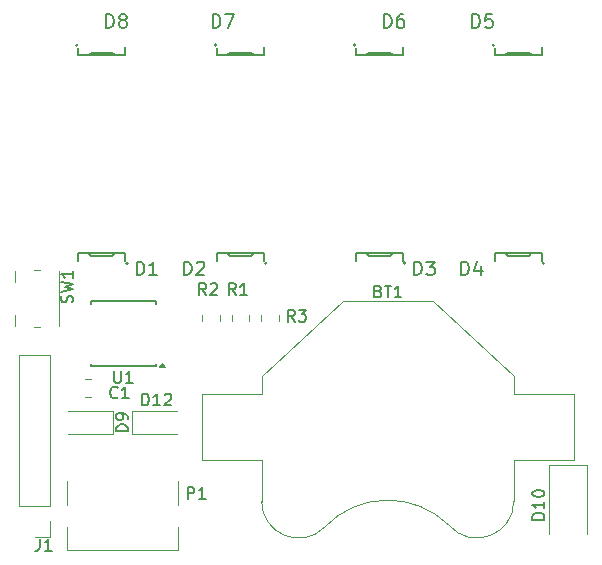
<source format=gbr>
%TF.GenerationSoftware,KiCad,Pcbnew,9.0.4*%
%TF.CreationDate,2025-11-23T20:37:17+01:00*%
%TF.ProjectId,Bina_Badge,42696e61-5f42-4616-9467-652e6b696361,rev?*%
%TF.SameCoordinates,Original*%
%TF.FileFunction,Legend,Top*%
%TF.FilePolarity,Positive*%
%FSLAX46Y46*%
G04 Gerber Fmt 4.6, Leading zero omitted, Abs format (unit mm)*
G04 Created by KiCad (PCBNEW 9.0.4) date 2025-11-23 20:37:17*
%MOMM*%
%LPD*%
G01*
G04 APERTURE LIST*
%ADD10C,0.150000*%
%ADD11C,0.152000*%
%ADD12C,0.120000*%
G04 APERTURE END LIST*
D10*
X140454819Y-92214285D02*
X139454819Y-92214285D01*
X139454819Y-92214285D02*
X139454819Y-91976190D01*
X139454819Y-91976190D02*
X139502438Y-91833333D01*
X139502438Y-91833333D02*
X139597676Y-91738095D01*
X139597676Y-91738095D02*
X139692914Y-91690476D01*
X139692914Y-91690476D02*
X139883390Y-91642857D01*
X139883390Y-91642857D02*
X140026247Y-91642857D01*
X140026247Y-91642857D02*
X140216723Y-91690476D01*
X140216723Y-91690476D02*
X140311961Y-91738095D01*
X140311961Y-91738095D02*
X140407200Y-91833333D01*
X140407200Y-91833333D02*
X140454819Y-91976190D01*
X140454819Y-91976190D02*
X140454819Y-92214285D01*
X140454819Y-90690476D02*
X140454819Y-91261904D01*
X140454819Y-90976190D02*
X139454819Y-90976190D01*
X139454819Y-90976190D02*
X139597676Y-91071428D01*
X139597676Y-91071428D02*
X139692914Y-91166666D01*
X139692914Y-91166666D02*
X139740533Y-91261904D01*
X139454819Y-90071428D02*
X139454819Y-89976190D01*
X139454819Y-89976190D02*
X139502438Y-89880952D01*
X139502438Y-89880952D02*
X139550057Y-89833333D01*
X139550057Y-89833333D02*
X139645295Y-89785714D01*
X139645295Y-89785714D02*
X139835771Y-89738095D01*
X139835771Y-89738095D02*
X140073866Y-89738095D01*
X140073866Y-89738095D02*
X140264342Y-89785714D01*
X140264342Y-89785714D02*
X140359580Y-89833333D01*
X140359580Y-89833333D02*
X140407200Y-89880952D01*
X140407200Y-89880952D02*
X140454819Y-89976190D01*
X140454819Y-89976190D02*
X140454819Y-90071428D01*
X140454819Y-90071428D02*
X140407200Y-90166666D01*
X140407200Y-90166666D02*
X140359580Y-90214285D01*
X140359580Y-90214285D02*
X140264342Y-90261904D01*
X140264342Y-90261904D02*
X140073866Y-90309523D01*
X140073866Y-90309523D02*
X139835771Y-90309523D01*
X139835771Y-90309523D02*
X139645295Y-90261904D01*
X139645295Y-90261904D02*
X139550057Y-90214285D01*
X139550057Y-90214285D02*
X139502438Y-90166666D01*
X139502438Y-90166666D02*
X139454819Y-90071428D01*
D11*
X109940571Y-71520869D02*
X109940571Y-70377869D01*
X109940571Y-70377869D02*
X110212714Y-70377869D01*
X110212714Y-70377869D02*
X110376000Y-70432298D01*
X110376000Y-70432298D02*
X110484857Y-70541155D01*
X110484857Y-70541155D02*
X110539286Y-70650012D01*
X110539286Y-70650012D02*
X110593714Y-70867726D01*
X110593714Y-70867726D02*
X110593714Y-71031012D01*
X110593714Y-71031012D02*
X110539286Y-71248726D01*
X110539286Y-71248726D02*
X110484857Y-71357583D01*
X110484857Y-71357583D02*
X110376000Y-71466441D01*
X110376000Y-71466441D02*
X110212714Y-71520869D01*
X110212714Y-71520869D02*
X109940571Y-71520869D01*
X111029143Y-70486726D02*
X111083571Y-70432298D01*
X111083571Y-70432298D02*
X111192429Y-70377869D01*
X111192429Y-70377869D02*
X111464571Y-70377869D01*
X111464571Y-70377869D02*
X111573429Y-70432298D01*
X111573429Y-70432298D02*
X111627857Y-70486726D01*
X111627857Y-70486726D02*
X111682286Y-70595583D01*
X111682286Y-70595583D02*
X111682286Y-70704441D01*
X111682286Y-70704441D02*
X111627857Y-70867726D01*
X111627857Y-70867726D02*
X110974714Y-71520869D01*
X110974714Y-71520869D02*
X111682286Y-71520869D01*
X112372142Y-50581658D02*
X112372142Y-49438658D01*
X112372142Y-49438658D02*
X112644285Y-49438658D01*
X112644285Y-49438658D02*
X112807571Y-49493087D01*
X112807571Y-49493087D02*
X112916428Y-49601944D01*
X112916428Y-49601944D02*
X112970857Y-49710801D01*
X112970857Y-49710801D02*
X113025285Y-49928515D01*
X113025285Y-49928515D02*
X113025285Y-50091801D01*
X113025285Y-50091801D02*
X112970857Y-50309515D01*
X112970857Y-50309515D02*
X112916428Y-50418372D01*
X112916428Y-50418372D02*
X112807571Y-50527230D01*
X112807571Y-50527230D02*
X112644285Y-50581658D01*
X112644285Y-50581658D02*
X112372142Y-50581658D01*
X113406285Y-49438658D02*
X114168285Y-49438658D01*
X114168285Y-49438658D02*
X113678428Y-50581658D01*
X103372142Y-50581658D02*
X103372142Y-49438658D01*
X103372142Y-49438658D02*
X103644285Y-49438658D01*
X103644285Y-49438658D02*
X103807571Y-49493087D01*
X103807571Y-49493087D02*
X103916428Y-49601944D01*
X103916428Y-49601944D02*
X103970857Y-49710801D01*
X103970857Y-49710801D02*
X104025285Y-49928515D01*
X104025285Y-49928515D02*
X104025285Y-50091801D01*
X104025285Y-50091801D02*
X103970857Y-50309515D01*
X103970857Y-50309515D02*
X103916428Y-50418372D01*
X103916428Y-50418372D02*
X103807571Y-50527230D01*
X103807571Y-50527230D02*
X103644285Y-50581658D01*
X103644285Y-50581658D02*
X103372142Y-50581658D01*
X104678428Y-49928515D02*
X104569571Y-49874087D01*
X104569571Y-49874087D02*
X104515142Y-49819658D01*
X104515142Y-49819658D02*
X104460714Y-49710801D01*
X104460714Y-49710801D02*
X104460714Y-49656372D01*
X104460714Y-49656372D02*
X104515142Y-49547515D01*
X104515142Y-49547515D02*
X104569571Y-49493087D01*
X104569571Y-49493087D02*
X104678428Y-49438658D01*
X104678428Y-49438658D02*
X104896142Y-49438658D01*
X104896142Y-49438658D02*
X105005000Y-49493087D01*
X105005000Y-49493087D02*
X105059428Y-49547515D01*
X105059428Y-49547515D02*
X105113857Y-49656372D01*
X105113857Y-49656372D02*
X105113857Y-49710801D01*
X105113857Y-49710801D02*
X105059428Y-49819658D01*
X105059428Y-49819658D02*
X105005000Y-49874087D01*
X105005000Y-49874087D02*
X104896142Y-49928515D01*
X104896142Y-49928515D02*
X104678428Y-49928515D01*
X104678428Y-49928515D02*
X104569571Y-49982944D01*
X104569571Y-49982944D02*
X104515142Y-50037372D01*
X104515142Y-50037372D02*
X104460714Y-50146230D01*
X104460714Y-50146230D02*
X104460714Y-50363944D01*
X104460714Y-50363944D02*
X104515142Y-50472801D01*
X104515142Y-50472801D02*
X104569571Y-50527230D01*
X104569571Y-50527230D02*
X104678428Y-50581658D01*
X104678428Y-50581658D02*
X104896142Y-50581658D01*
X104896142Y-50581658D02*
X105005000Y-50527230D01*
X105005000Y-50527230D02*
X105059428Y-50472801D01*
X105059428Y-50472801D02*
X105113857Y-50363944D01*
X105113857Y-50363944D02*
X105113857Y-50146230D01*
X105113857Y-50146230D02*
X105059428Y-50037372D01*
X105059428Y-50037372D02*
X105005000Y-49982944D01*
X105005000Y-49982944D02*
X104896142Y-49928515D01*
D10*
X106408714Y-82549819D02*
X106408714Y-81549819D01*
X106408714Y-81549819D02*
X106646809Y-81549819D01*
X106646809Y-81549819D02*
X106789666Y-81597438D01*
X106789666Y-81597438D02*
X106884904Y-81692676D01*
X106884904Y-81692676D02*
X106932523Y-81787914D01*
X106932523Y-81787914D02*
X106980142Y-81978390D01*
X106980142Y-81978390D02*
X106980142Y-82121247D01*
X106980142Y-82121247D02*
X106932523Y-82311723D01*
X106932523Y-82311723D02*
X106884904Y-82406961D01*
X106884904Y-82406961D02*
X106789666Y-82502200D01*
X106789666Y-82502200D02*
X106646809Y-82549819D01*
X106646809Y-82549819D02*
X106408714Y-82549819D01*
X107932523Y-82549819D02*
X107361095Y-82549819D01*
X107646809Y-82549819D02*
X107646809Y-81549819D01*
X107646809Y-81549819D02*
X107551571Y-81692676D01*
X107551571Y-81692676D02*
X107456333Y-81787914D01*
X107456333Y-81787914D02*
X107361095Y-81835533D01*
X108313476Y-81645057D02*
X108361095Y-81597438D01*
X108361095Y-81597438D02*
X108456333Y-81549819D01*
X108456333Y-81549819D02*
X108694428Y-81549819D01*
X108694428Y-81549819D02*
X108789666Y-81597438D01*
X108789666Y-81597438D02*
X108837285Y-81645057D01*
X108837285Y-81645057D02*
X108884904Y-81740295D01*
X108884904Y-81740295D02*
X108884904Y-81835533D01*
X108884904Y-81835533D02*
X108837285Y-81978390D01*
X108837285Y-81978390D02*
X108265857Y-82549819D01*
X108265857Y-82549819D02*
X108884904Y-82549819D01*
D11*
X126872142Y-50581658D02*
X126872142Y-49438658D01*
X126872142Y-49438658D02*
X127144285Y-49438658D01*
X127144285Y-49438658D02*
X127307571Y-49493087D01*
X127307571Y-49493087D02*
X127416428Y-49601944D01*
X127416428Y-49601944D02*
X127470857Y-49710801D01*
X127470857Y-49710801D02*
X127525285Y-49928515D01*
X127525285Y-49928515D02*
X127525285Y-50091801D01*
X127525285Y-50091801D02*
X127470857Y-50309515D01*
X127470857Y-50309515D02*
X127416428Y-50418372D01*
X127416428Y-50418372D02*
X127307571Y-50527230D01*
X127307571Y-50527230D02*
X127144285Y-50581658D01*
X127144285Y-50581658D02*
X126872142Y-50581658D01*
X128505000Y-49438658D02*
X128287285Y-49438658D01*
X128287285Y-49438658D02*
X128178428Y-49493087D01*
X128178428Y-49493087D02*
X128124000Y-49547515D01*
X128124000Y-49547515D02*
X128015142Y-49710801D01*
X128015142Y-49710801D02*
X127960714Y-49928515D01*
X127960714Y-49928515D02*
X127960714Y-50363944D01*
X127960714Y-50363944D02*
X128015142Y-50472801D01*
X128015142Y-50472801D02*
X128069571Y-50527230D01*
X128069571Y-50527230D02*
X128178428Y-50581658D01*
X128178428Y-50581658D02*
X128396142Y-50581658D01*
X128396142Y-50581658D02*
X128505000Y-50527230D01*
X128505000Y-50527230D02*
X128559428Y-50472801D01*
X128559428Y-50472801D02*
X128613857Y-50363944D01*
X128613857Y-50363944D02*
X128613857Y-50091801D01*
X128613857Y-50091801D02*
X128559428Y-49982944D01*
X128559428Y-49982944D02*
X128505000Y-49928515D01*
X128505000Y-49928515D02*
X128396142Y-49874087D01*
X128396142Y-49874087D02*
X128178428Y-49874087D01*
X128178428Y-49874087D02*
X128069571Y-49928515D01*
X128069571Y-49928515D02*
X128015142Y-49982944D01*
X128015142Y-49982944D02*
X127960714Y-50091801D01*
D10*
X97754371Y-93848675D02*
X97754371Y-94562960D01*
X97754371Y-94562960D02*
X97706752Y-94705817D01*
X97706752Y-94705817D02*
X97611514Y-94801056D01*
X97611514Y-94801056D02*
X97468657Y-94848675D01*
X97468657Y-94848675D02*
X97373419Y-94848675D01*
X98754371Y-94848675D02*
X98182943Y-94848675D01*
X98468657Y-94848675D02*
X98468657Y-93848675D01*
X98468657Y-93848675D02*
X98373419Y-93991532D01*
X98373419Y-93991532D02*
X98278181Y-94086770D01*
X98278181Y-94086770D02*
X98182943Y-94134389D01*
D11*
X105940571Y-71520869D02*
X105940571Y-70377869D01*
X105940571Y-70377869D02*
X106212714Y-70377869D01*
X106212714Y-70377869D02*
X106376000Y-70432298D01*
X106376000Y-70432298D02*
X106484857Y-70541155D01*
X106484857Y-70541155D02*
X106539286Y-70650012D01*
X106539286Y-70650012D02*
X106593714Y-70867726D01*
X106593714Y-70867726D02*
X106593714Y-71031012D01*
X106593714Y-71031012D02*
X106539286Y-71248726D01*
X106539286Y-71248726D02*
X106484857Y-71357583D01*
X106484857Y-71357583D02*
X106376000Y-71466441D01*
X106376000Y-71466441D02*
X106212714Y-71520869D01*
X106212714Y-71520869D02*
X105940571Y-71520869D01*
X107682286Y-71520869D02*
X107029143Y-71520869D01*
X107355714Y-71520869D02*
X107355714Y-70377869D01*
X107355714Y-70377869D02*
X107246857Y-70541155D01*
X107246857Y-70541155D02*
X107138000Y-70650012D01*
X107138000Y-70650012D02*
X107029143Y-70704441D01*
X133440571Y-71520869D02*
X133440571Y-70377869D01*
X133440571Y-70377869D02*
X133712714Y-70377869D01*
X133712714Y-70377869D02*
X133876000Y-70432298D01*
X133876000Y-70432298D02*
X133984857Y-70541155D01*
X133984857Y-70541155D02*
X134039286Y-70650012D01*
X134039286Y-70650012D02*
X134093714Y-70867726D01*
X134093714Y-70867726D02*
X134093714Y-71031012D01*
X134093714Y-71031012D02*
X134039286Y-71248726D01*
X134039286Y-71248726D02*
X133984857Y-71357583D01*
X133984857Y-71357583D02*
X133876000Y-71466441D01*
X133876000Y-71466441D02*
X133712714Y-71520869D01*
X133712714Y-71520869D02*
X133440571Y-71520869D01*
X135073429Y-70758869D02*
X135073429Y-71520869D01*
X134801286Y-70323441D02*
X134529143Y-71139869D01*
X134529143Y-71139869D02*
X135236714Y-71139869D01*
D10*
X126414285Y-72881009D02*
X126557142Y-72928628D01*
X126557142Y-72928628D02*
X126604761Y-72976247D01*
X126604761Y-72976247D02*
X126652380Y-73071485D01*
X126652380Y-73071485D02*
X126652380Y-73214342D01*
X126652380Y-73214342D02*
X126604761Y-73309580D01*
X126604761Y-73309580D02*
X126557142Y-73357200D01*
X126557142Y-73357200D02*
X126461904Y-73404819D01*
X126461904Y-73404819D02*
X126080952Y-73404819D01*
X126080952Y-73404819D02*
X126080952Y-72404819D01*
X126080952Y-72404819D02*
X126414285Y-72404819D01*
X126414285Y-72404819D02*
X126509523Y-72452438D01*
X126509523Y-72452438D02*
X126557142Y-72500057D01*
X126557142Y-72500057D02*
X126604761Y-72595295D01*
X126604761Y-72595295D02*
X126604761Y-72690533D01*
X126604761Y-72690533D02*
X126557142Y-72785771D01*
X126557142Y-72785771D02*
X126509523Y-72833390D01*
X126509523Y-72833390D02*
X126414285Y-72881009D01*
X126414285Y-72881009D02*
X126080952Y-72881009D01*
X126938095Y-72404819D02*
X127509523Y-72404819D01*
X127223809Y-73404819D02*
X127223809Y-72404819D01*
X128366666Y-73404819D02*
X127795238Y-73404819D01*
X128080952Y-73404819D02*
X128080952Y-72404819D01*
X128080952Y-72404819D02*
X127985714Y-72547676D01*
X127985714Y-72547676D02*
X127890476Y-72642914D01*
X127890476Y-72642914D02*
X127795238Y-72690533D01*
X100507200Y-73833332D02*
X100554819Y-73690475D01*
X100554819Y-73690475D02*
X100554819Y-73452380D01*
X100554819Y-73452380D02*
X100507200Y-73357142D01*
X100507200Y-73357142D02*
X100459580Y-73309523D01*
X100459580Y-73309523D02*
X100364342Y-73261904D01*
X100364342Y-73261904D02*
X100269104Y-73261904D01*
X100269104Y-73261904D02*
X100173866Y-73309523D01*
X100173866Y-73309523D02*
X100126247Y-73357142D01*
X100126247Y-73357142D02*
X100078628Y-73452380D01*
X100078628Y-73452380D02*
X100031009Y-73642856D01*
X100031009Y-73642856D02*
X99983390Y-73738094D01*
X99983390Y-73738094D02*
X99935771Y-73785713D01*
X99935771Y-73785713D02*
X99840533Y-73833332D01*
X99840533Y-73833332D02*
X99745295Y-73833332D01*
X99745295Y-73833332D02*
X99650057Y-73785713D01*
X99650057Y-73785713D02*
X99602438Y-73738094D01*
X99602438Y-73738094D02*
X99554819Y-73642856D01*
X99554819Y-73642856D02*
X99554819Y-73404761D01*
X99554819Y-73404761D02*
X99602438Y-73261904D01*
X99554819Y-72928570D02*
X100554819Y-72690475D01*
X100554819Y-72690475D02*
X99840533Y-72499999D01*
X99840533Y-72499999D02*
X100554819Y-72309523D01*
X100554819Y-72309523D02*
X99554819Y-72071428D01*
X100554819Y-71166666D02*
X100554819Y-71738094D01*
X100554819Y-71452380D02*
X99554819Y-71452380D01*
X99554819Y-71452380D02*
X99697676Y-71547618D01*
X99697676Y-71547618D02*
X99792914Y-71642856D01*
X99792914Y-71642856D02*
X99840533Y-71738094D01*
X111833333Y-73204819D02*
X111500000Y-72728628D01*
X111261905Y-73204819D02*
X111261905Y-72204819D01*
X111261905Y-72204819D02*
X111642857Y-72204819D01*
X111642857Y-72204819D02*
X111738095Y-72252438D01*
X111738095Y-72252438D02*
X111785714Y-72300057D01*
X111785714Y-72300057D02*
X111833333Y-72395295D01*
X111833333Y-72395295D02*
X111833333Y-72538152D01*
X111833333Y-72538152D02*
X111785714Y-72633390D01*
X111785714Y-72633390D02*
X111738095Y-72681009D01*
X111738095Y-72681009D02*
X111642857Y-72728628D01*
X111642857Y-72728628D02*
X111261905Y-72728628D01*
X112214286Y-72300057D02*
X112261905Y-72252438D01*
X112261905Y-72252438D02*
X112357143Y-72204819D01*
X112357143Y-72204819D02*
X112595238Y-72204819D01*
X112595238Y-72204819D02*
X112690476Y-72252438D01*
X112690476Y-72252438D02*
X112738095Y-72300057D01*
X112738095Y-72300057D02*
X112785714Y-72395295D01*
X112785714Y-72395295D02*
X112785714Y-72490533D01*
X112785714Y-72490533D02*
X112738095Y-72633390D01*
X112738095Y-72633390D02*
X112166667Y-73204819D01*
X112166667Y-73204819D02*
X112785714Y-73204819D01*
X104038095Y-79634819D02*
X104038095Y-80444342D01*
X104038095Y-80444342D02*
X104085714Y-80539580D01*
X104085714Y-80539580D02*
X104133333Y-80587200D01*
X104133333Y-80587200D02*
X104228571Y-80634819D01*
X104228571Y-80634819D02*
X104419047Y-80634819D01*
X104419047Y-80634819D02*
X104514285Y-80587200D01*
X104514285Y-80587200D02*
X104561904Y-80539580D01*
X104561904Y-80539580D02*
X104609523Y-80444342D01*
X104609523Y-80444342D02*
X104609523Y-79634819D01*
X105609523Y-80634819D02*
X105038095Y-80634819D01*
X105323809Y-80634819D02*
X105323809Y-79634819D01*
X105323809Y-79634819D02*
X105228571Y-79777676D01*
X105228571Y-79777676D02*
X105133333Y-79872914D01*
X105133333Y-79872914D02*
X105038095Y-79920533D01*
X105204819Y-84738094D02*
X104204819Y-84738094D01*
X104204819Y-84738094D02*
X104204819Y-84499999D01*
X104204819Y-84499999D02*
X104252438Y-84357142D01*
X104252438Y-84357142D02*
X104347676Y-84261904D01*
X104347676Y-84261904D02*
X104442914Y-84214285D01*
X104442914Y-84214285D02*
X104633390Y-84166666D01*
X104633390Y-84166666D02*
X104776247Y-84166666D01*
X104776247Y-84166666D02*
X104966723Y-84214285D01*
X104966723Y-84214285D02*
X105061961Y-84261904D01*
X105061961Y-84261904D02*
X105157200Y-84357142D01*
X105157200Y-84357142D02*
X105204819Y-84499999D01*
X105204819Y-84499999D02*
X105204819Y-84738094D01*
X105204819Y-83690475D02*
X105204819Y-83499999D01*
X105204819Y-83499999D02*
X105157200Y-83404761D01*
X105157200Y-83404761D02*
X105109580Y-83357142D01*
X105109580Y-83357142D02*
X104966723Y-83261904D01*
X104966723Y-83261904D02*
X104776247Y-83214285D01*
X104776247Y-83214285D02*
X104395295Y-83214285D01*
X104395295Y-83214285D02*
X104300057Y-83261904D01*
X104300057Y-83261904D02*
X104252438Y-83309523D01*
X104252438Y-83309523D02*
X104204819Y-83404761D01*
X104204819Y-83404761D02*
X104204819Y-83595237D01*
X104204819Y-83595237D02*
X104252438Y-83690475D01*
X104252438Y-83690475D02*
X104300057Y-83738094D01*
X104300057Y-83738094D02*
X104395295Y-83785713D01*
X104395295Y-83785713D02*
X104633390Y-83785713D01*
X104633390Y-83785713D02*
X104728628Y-83738094D01*
X104728628Y-83738094D02*
X104776247Y-83690475D01*
X104776247Y-83690475D02*
X104823866Y-83595237D01*
X104823866Y-83595237D02*
X104823866Y-83404761D01*
X104823866Y-83404761D02*
X104776247Y-83309523D01*
X104776247Y-83309523D02*
X104728628Y-83261904D01*
X104728628Y-83261904D02*
X104633390Y-83214285D01*
X110261905Y-90454819D02*
X110261905Y-89454819D01*
X110261905Y-89454819D02*
X110642857Y-89454819D01*
X110642857Y-89454819D02*
X110738095Y-89502438D01*
X110738095Y-89502438D02*
X110785714Y-89550057D01*
X110785714Y-89550057D02*
X110833333Y-89645295D01*
X110833333Y-89645295D02*
X110833333Y-89788152D01*
X110833333Y-89788152D02*
X110785714Y-89883390D01*
X110785714Y-89883390D02*
X110738095Y-89931009D01*
X110738095Y-89931009D02*
X110642857Y-89978628D01*
X110642857Y-89978628D02*
X110261905Y-89978628D01*
X111785714Y-90454819D02*
X111214286Y-90454819D01*
X111500000Y-90454819D02*
X111500000Y-89454819D01*
X111500000Y-89454819D02*
X111404762Y-89597676D01*
X111404762Y-89597676D02*
X111309524Y-89692914D01*
X111309524Y-89692914D02*
X111214286Y-89740533D01*
X119333333Y-75454819D02*
X119000000Y-74978628D01*
X118761905Y-75454819D02*
X118761905Y-74454819D01*
X118761905Y-74454819D02*
X119142857Y-74454819D01*
X119142857Y-74454819D02*
X119238095Y-74502438D01*
X119238095Y-74502438D02*
X119285714Y-74550057D01*
X119285714Y-74550057D02*
X119333333Y-74645295D01*
X119333333Y-74645295D02*
X119333333Y-74788152D01*
X119333333Y-74788152D02*
X119285714Y-74883390D01*
X119285714Y-74883390D02*
X119238095Y-74931009D01*
X119238095Y-74931009D02*
X119142857Y-74978628D01*
X119142857Y-74978628D02*
X118761905Y-74978628D01*
X119666667Y-74454819D02*
X120285714Y-74454819D01*
X120285714Y-74454819D02*
X119952381Y-74835771D01*
X119952381Y-74835771D02*
X120095238Y-74835771D01*
X120095238Y-74835771D02*
X120190476Y-74883390D01*
X120190476Y-74883390D02*
X120238095Y-74931009D01*
X120238095Y-74931009D02*
X120285714Y-75026247D01*
X120285714Y-75026247D02*
X120285714Y-75264342D01*
X120285714Y-75264342D02*
X120238095Y-75359580D01*
X120238095Y-75359580D02*
X120190476Y-75407200D01*
X120190476Y-75407200D02*
X120095238Y-75454819D01*
X120095238Y-75454819D02*
X119809524Y-75454819D01*
X119809524Y-75454819D02*
X119714286Y-75407200D01*
X119714286Y-75407200D02*
X119666667Y-75359580D01*
X114333333Y-73204819D02*
X114000000Y-72728628D01*
X113761905Y-73204819D02*
X113761905Y-72204819D01*
X113761905Y-72204819D02*
X114142857Y-72204819D01*
X114142857Y-72204819D02*
X114238095Y-72252438D01*
X114238095Y-72252438D02*
X114285714Y-72300057D01*
X114285714Y-72300057D02*
X114333333Y-72395295D01*
X114333333Y-72395295D02*
X114333333Y-72538152D01*
X114333333Y-72538152D02*
X114285714Y-72633390D01*
X114285714Y-72633390D02*
X114238095Y-72681009D01*
X114238095Y-72681009D02*
X114142857Y-72728628D01*
X114142857Y-72728628D02*
X113761905Y-72728628D01*
X115285714Y-73204819D02*
X114714286Y-73204819D01*
X115000000Y-73204819D02*
X115000000Y-72204819D01*
X115000000Y-72204819D02*
X114904762Y-72347676D01*
X114904762Y-72347676D02*
X114809524Y-72442914D01*
X114809524Y-72442914D02*
X114714286Y-72490533D01*
D11*
X129440571Y-71520869D02*
X129440571Y-70377869D01*
X129440571Y-70377869D02*
X129712714Y-70377869D01*
X129712714Y-70377869D02*
X129876000Y-70432298D01*
X129876000Y-70432298D02*
X129984857Y-70541155D01*
X129984857Y-70541155D02*
X130039286Y-70650012D01*
X130039286Y-70650012D02*
X130093714Y-70867726D01*
X130093714Y-70867726D02*
X130093714Y-71031012D01*
X130093714Y-71031012D02*
X130039286Y-71248726D01*
X130039286Y-71248726D02*
X129984857Y-71357583D01*
X129984857Y-71357583D02*
X129876000Y-71466441D01*
X129876000Y-71466441D02*
X129712714Y-71520869D01*
X129712714Y-71520869D02*
X129440571Y-71520869D01*
X130474714Y-70377869D02*
X131182286Y-70377869D01*
X131182286Y-70377869D02*
X130801286Y-70813298D01*
X130801286Y-70813298D02*
X130964571Y-70813298D01*
X130964571Y-70813298D02*
X131073429Y-70867726D01*
X131073429Y-70867726D02*
X131127857Y-70922155D01*
X131127857Y-70922155D02*
X131182286Y-71031012D01*
X131182286Y-71031012D02*
X131182286Y-71303155D01*
X131182286Y-71303155D02*
X131127857Y-71412012D01*
X131127857Y-71412012D02*
X131073429Y-71466441D01*
X131073429Y-71466441D02*
X130964571Y-71520869D01*
X130964571Y-71520869D02*
X130638000Y-71520869D01*
X130638000Y-71520869D02*
X130529143Y-71466441D01*
X130529143Y-71466441D02*
X130474714Y-71412012D01*
D10*
X104333333Y-81859580D02*
X104285714Y-81907200D01*
X104285714Y-81907200D02*
X104142857Y-81954819D01*
X104142857Y-81954819D02*
X104047619Y-81954819D01*
X104047619Y-81954819D02*
X103904762Y-81907200D01*
X103904762Y-81907200D02*
X103809524Y-81811961D01*
X103809524Y-81811961D02*
X103761905Y-81716723D01*
X103761905Y-81716723D02*
X103714286Y-81526247D01*
X103714286Y-81526247D02*
X103714286Y-81383390D01*
X103714286Y-81383390D02*
X103761905Y-81192914D01*
X103761905Y-81192914D02*
X103809524Y-81097676D01*
X103809524Y-81097676D02*
X103904762Y-81002438D01*
X103904762Y-81002438D02*
X104047619Y-80954819D01*
X104047619Y-80954819D02*
X104142857Y-80954819D01*
X104142857Y-80954819D02*
X104285714Y-81002438D01*
X104285714Y-81002438D02*
X104333333Y-81050057D01*
X105285714Y-81954819D02*
X104714286Y-81954819D01*
X105000000Y-81954819D02*
X105000000Y-80954819D01*
X105000000Y-80954819D02*
X104904762Y-81097676D01*
X104904762Y-81097676D02*
X104809524Y-81192914D01*
X104809524Y-81192914D02*
X104714286Y-81240533D01*
D11*
X134372142Y-50581658D02*
X134372142Y-49438658D01*
X134372142Y-49438658D02*
X134644285Y-49438658D01*
X134644285Y-49438658D02*
X134807571Y-49493087D01*
X134807571Y-49493087D02*
X134916428Y-49601944D01*
X134916428Y-49601944D02*
X134970857Y-49710801D01*
X134970857Y-49710801D02*
X135025285Y-49928515D01*
X135025285Y-49928515D02*
X135025285Y-50091801D01*
X135025285Y-50091801D02*
X134970857Y-50309515D01*
X134970857Y-50309515D02*
X134916428Y-50418372D01*
X134916428Y-50418372D02*
X134807571Y-50527230D01*
X134807571Y-50527230D02*
X134644285Y-50581658D01*
X134644285Y-50581658D02*
X134372142Y-50581658D01*
X136059428Y-49438658D02*
X135515142Y-49438658D01*
X135515142Y-49438658D02*
X135460714Y-49982944D01*
X135460714Y-49982944D02*
X135515142Y-49928515D01*
X135515142Y-49928515D02*
X135624000Y-49874087D01*
X135624000Y-49874087D02*
X135896142Y-49874087D01*
X135896142Y-49874087D02*
X136005000Y-49928515D01*
X136005000Y-49928515D02*
X136059428Y-49982944D01*
X136059428Y-49982944D02*
X136113857Y-50091801D01*
X136113857Y-50091801D02*
X136113857Y-50363944D01*
X136113857Y-50363944D02*
X136059428Y-50472801D01*
X136059428Y-50472801D02*
X136005000Y-50527230D01*
X136005000Y-50527230D02*
X135896142Y-50581658D01*
X135896142Y-50581658D02*
X135624000Y-50581658D01*
X135624000Y-50581658D02*
X135515142Y-50527230D01*
X135515142Y-50527230D02*
X135460714Y-50472801D01*
D12*
%TO.C,D10*%
X144110000Y-93400000D02*
X144110000Y-87590000D01*
X140890000Y-87590000D02*
X140890000Y-93400000D01*
X144110000Y-87590000D02*
X140890000Y-87590000D01*
D11*
%TO.C,D2*%
X112750000Y-69638000D02*
X116750000Y-69638000D01*
X112750000Y-70315000D02*
X112750000Y-69638000D01*
X113862000Y-69888000D02*
X113612000Y-69638000D01*
X115625000Y-69888000D02*
X113862000Y-69888000D01*
X115875000Y-69638000D02*
X115625000Y-69888000D01*
X115922000Y-69638000D02*
X115875000Y-69638000D01*
X116750000Y-69638000D02*
X116750000Y-70290000D01*
D10*
X116950000Y-70512000D02*
G75*
G02*
X116800000Y-70512000I-75000J0D01*
G01*
X116800000Y-70512000D02*
G75*
G02*
X116950000Y-70512000I75000J0D01*
G01*
D11*
%TO.C,D7*%
X112750000Y-52922789D02*
X112750000Y-52270789D01*
X113578000Y-52922789D02*
X113625000Y-52922789D01*
X113625000Y-52922789D02*
X113875000Y-52672789D01*
X113875000Y-52672789D02*
X115638000Y-52672789D01*
X115638000Y-52672789D02*
X115888000Y-52922789D01*
X116750000Y-52245789D02*
X116750000Y-52922789D01*
X116750000Y-52922789D02*
X112750000Y-52922789D01*
D10*
X112700000Y-52048789D02*
G75*
G02*
X112550000Y-52048789I-75000J0D01*
G01*
X112550000Y-52048789D02*
G75*
G02*
X112700000Y-52048789I75000J0D01*
G01*
D11*
%TO.C,D8*%
X101000000Y-52922789D02*
X101000000Y-52270789D01*
X101828000Y-52922789D02*
X101875000Y-52922789D01*
X101875000Y-52922789D02*
X102125000Y-52672789D01*
X102125000Y-52672789D02*
X103888000Y-52672789D01*
X103888000Y-52672789D02*
X104138000Y-52922789D01*
X105000000Y-52245789D02*
X105000000Y-52922789D01*
X105000000Y-52922789D02*
X101000000Y-52922789D01*
D10*
X100950000Y-52048789D02*
G75*
G02*
X100800000Y-52048789I-75000J0D01*
G01*
X100800000Y-52048789D02*
G75*
G02*
X100950000Y-52048789I75000J0D01*
G01*
D12*
%TO.C,D12*%
X105540000Y-83000000D02*
X105540000Y-85000000D01*
X105540000Y-83000000D02*
X109400000Y-83000000D01*
X105540000Y-85000000D02*
X109400000Y-85000000D01*
D11*
%TO.C,D6*%
X124500000Y-52922789D02*
X124500000Y-52270789D01*
X125328000Y-52922789D02*
X125375000Y-52922789D01*
X125375000Y-52922789D02*
X125625000Y-52672789D01*
X125625000Y-52672789D02*
X127388000Y-52672789D01*
X127388000Y-52672789D02*
X127638000Y-52922789D01*
X128500000Y-52245789D02*
X128500000Y-52922789D01*
X128500000Y-52922789D02*
X124500000Y-52922789D01*
D10*
X124450000Y-52048789D02*
G75*
G02*
X124300000Y-52048789I-75000J0D01*
G01*
X124300000Y-52048789D02*
G75*
G02*
X124450000Y-52048789I75000J0D01*
G01*
D12*
%TO.C,J1*%
X95970000Y-91080000D02*
X95970000Y-78320000D01*
X98630000Y-78320000D02*
X95970000Y-78320000D01*
X98630000Y-91080000D02*
X95970000Y-91080000D01*
X98630000Y-91080000D02*
X98630000Y-78320000D01*
X98630000Y-92350000D02*
X98630000Y-93680000D01*
X98630000Y-93680000D02*
X97300000Y-93680000D01*
D11*
%TO.C,D1*%
X101000000Y-69638000D02*
X105000000Y-69638000D01*
X101000000Y-70315000D02*
X101000000Y-69638000D01*
X102112000Y-69888000D02*
X101862000Y-69638000D01*
X103875000Y-69888000D02*
X102112000Y-69888000D01*
X104125000Y-69638000D02*
X103875000Y-69888000D01*
X104172000Y-69638000D02*
X104125000Y-69638000D01*
X105000000Y-69638000D02*
X105000000Y-70290000D01*
D10*
X105200000Y-70512000D02*
G75*
G02*
X105050000Y-70512000I-75000J0D01*
G01*
X105050000Y-70512000D02*
G75*
G02*
X105200000Y-70512000I75000J0D01*
G01*
D11*
%TO.C,D4*%
X136250000Y-69638000D02*
X140250000Y-69638000D01*
X136250000Y-70315000D02*
X136250000Y-69638000D01*
X137362000Y-69888000D02*
X137112000Y-69638000D01*
X139125000Y-69888000D02*
X137362000Y-69888000D01*
X139375000Y-69638000D02*
X139125000Y-69888000D01*
X139422000Y-69638000D02*
X139375000Y-69638000D01*
X140250000Y-69638000D02*
X140250000Y-70290000D01*
D10*
X140450000Y-70512000D02*
G75*
G02*
X140300000Y-70512000I-75000J0D01*
G01*
X140300000Y-70512000D02*
G75*
G02*
X140450000Y-70512000I75000J0D01*
G01*
D12*
%TO.C,BT1*%
X111450000Y-81550000D02*
X111450000Y-87150000D01*
X111450000Y-87150000D02*
X116520001Y-87150000D01*
X116520000Y-80100000D02*
X123400000Y-73720000D01*
X116520001Y-81550000D02*
X111450000Y-81550000D01*
X116520001Y-81550000D02*
X116520000Y-80100000D01*
X116520001Y-87150000D02*
X116520001Y-90700000D01*
X123400000Y-73720000D02*
X131000000Y-73720000D01*
X137879999Y-81550000D02*
X137880000Y-80100000D01*
X137879999Y-87150000D02*
X137880000Y-90630000D01*
X137880000Y-80100000D02*
X131000000Y-73720000D01*
X142950000Y-81550000D02*
X137879999Y-81550000D01*
X142950000Y-81550000D02*
X142950000Y-87150000D01*
X142950000Y-87150000D02*
X137879999Y-87150000D01*
X121883548Y-92842753D02*
G75*
G02*
X116520000Y-90650000I-2233548J2192753D01*
G01*
X121893578Y-92817392D02*
G75*
G02*
X132369999Y-92680001I5306422J-5132609D01*
G01*
X137877058Y-90650000D02*
G75*
G02*
X132380001Y-92689999I-3127059J3D01*
G01*
%TO.C,SW1*%
X95650000Y-71150001D02*
X95650000Y-72075000D01*
X95650000Y-74925000D02*
X95650000Y-75849999D01*
X97775000Y-71050000D02*
X97225000Y-71050000D01*
X97775000Y-75950000D02*
X97225000Y-75950000D01*
X99350000Y-71150001D02*
X99350000Y-75849999D01*
%TO.C,R2*%
X111515000Y-75389564D02*
X111515000Y-74935436D01*
X112985000Y-75389564D02*
X112985000Y-74935436D01*
D10*
%TO.C,U1*%
X102050000Y-73745000D02*
X102050000Y-73950000D01*
X102050000Y-79255000D02*
X102050000Y-79050000D01*
X107550000Y-73745000D02*
X102050000Y-73745000D01*
X107550000Y-73745000D02*
X107550000Y-73950000D01*
X107550000Y-79255000D02*
X102050000Y-79255000D01*
X107550000Y-79255000D02*
X107550000Y-79050000D01*
D12*
X108340000Y-79330000D02*
X107860000Y-79330000D01*
X108100000Y-79000000D01*
X108340000Y-79330000D01*
G36*
X108340000Y-79330000D02*
G01*
X107860000Y-79330000D01*
X108100000Y-79000000D01*
X108340000Y-79330000D01*
G37*
%TO.C,D9*%
X103960000Y-83000000D02*
X100100000Y-83000000D01*
X103960000Y-85000000D02*
X100100000Y-85000000D01*
X103960000Y-85000000D02*
X103960000Y-83000000D01*
%TO.C,P1*%
X100050000Y-88980000D02*
X100050000Y-90980000D01*
X100050000Y-92880000D02*
X100050000Y-94780000D01*
X100050000Y-94780000D02*
X109450000Y-94780000D01*
X109450000Y-88980000D02*
X109450000Y-90980000D01*
X109450000Y-92880000D02*
X109450000Y-94780000D01*
%TO.C,R3*%
X116515000Y-75389564D02*
X116515000Y-74935436D01*
X117985000Y-75389564D02*
X117985000Y-74935436D01*
%TO.C,R1*%
X114015000Y-75389564D02*
X114015000Y-74935436D01*
X115485000Y-75389564D02*
X115485000Y-74935436D01*
D11*
%TO.C,D3*%
X124500000Y-69638000D02*
X128500000Y-69638000D01*
X124500000Y-70315000D02*
X124500000Y-69638000D01*
X125612000Y-69888000D02*
X125362000Y-69638000D01*
X127375000Y-69888000D02*
X125612000Y-69888000D01*
X127625000Y-69638000D02*
X127375000Y-69888000D01*
X127672000Y-69638000D02*
X127625000Y-69638000D01*
X128500000Y-69638000D02*
X128500000Y-70290000D01*
D10*
X128700000Y-70512000D02*
G75*
G02*
X128550000Y-70512000I-75000J0D01*
G01*
X128550000Y-70512000D02*
G75*
G02*
X128700000Y-70512000I75000J0D01*
G01*
D12*
%TO.C,C1*%
X101538748Y-80352500D02*
X102061252Y-80352500D01*
X101538748Y-81822500D02*
X102061252Y-81822500D01*
D11*
%TO.C,D5*%
X136250000Y-52922789D02*
X136250000Y-52270789D01*
X137078000Y-52922789D02*
X137125000Y-52922789D01*
X137125000Y-52922789D02*
X137375000Y-52672789D01*
X137375000Y-52672789D02*
X139138000Y-52672789D01*
X139138000Y-52672789D02*
X139388000Y-52922789D01*
X140250000Y-52245789D02*
X140250000Y-52922789D01*
X140250000Y-52922789D02*
X136250000Y-52922789D01*
D10*
X136200000Y-52048789D02*
G75*
G02*
X136050000Y-52048789I-75000J0D01*
G01*
X136050000Y-52048789D02*
G75*
G02*
X136200000Y-52048789I75000J0D01*
G01*
%TD*%
M02*

</source>
